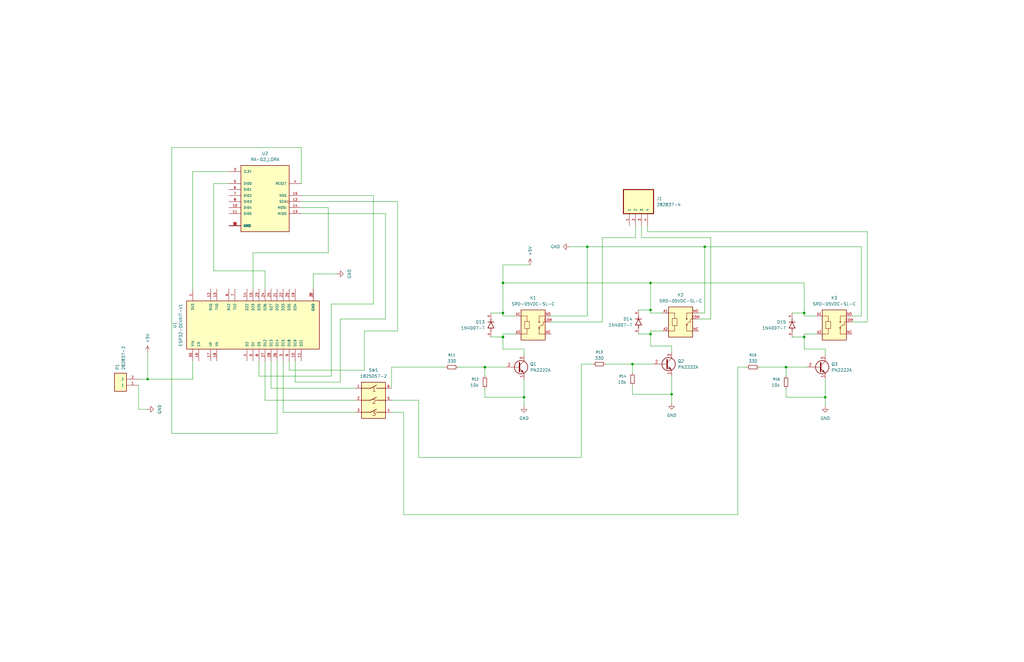
<source format=kicad_sch>
(kicad_sch (version 20250114) (generator "eeschema") (generator_version "9.0")
  (paper "B")
  (lib_symbols
    (symbol "1825057-2:1825057-2" (pin_names (offset 1.016))
      (property "Reference" "SW" (at -5.0855 8.264 0))
      (property "Value" "1825057-2" (at -5.0825 -10.1651 0))
      (symbol "1825057-2_0_0"
        (polyline (pts (xy -5.08 5.08) (xy -1.27 5.08)) (stroke (width 0.254)))
        (polyline (pts (xy -5.08 0) (xy -1.27 0)) (stroke (width 0.254)))
        (polyline (pts (xy -5.08 -5.08) (xy -1.27 -5.08)) (stroke (width 0.254)))
        (rectangle (start -5.08 -7.62) (end 5.08 7.62) (stroke (width 0.254)) (fill (type background)))
        (polyline (pts (xy -1.27 5.08) (xy 1.27 6.35)) (stroke (width 0.254)))
        (polyline (pts (xy -1.27 0) (xy 1.27 1.27)) (stroke (width 0.254)))
        (polyline (pts (xy -1.27 -5.08) (xy 1.27 -3.81)) (stroke (width 0.254)))
        (polyline (pts (xy 1.27 5.08) (xy 5.08 5.08)) (stroke (width 0.254)))
        (polyline (pts (xy 1.27 0) (xy 5.08 0)) (stroke (width 0.254)))
        (polyline (pts (xy 1.27 -5.08) (xy 5.08 -5.08)) (stroke (width 0.254)))
        (text "2" (at -0.6358 -1.5894 0) (effects (font (size 1.6784 1.6784)) (justify left bottom)))
        (text "3" (at -0.6353 -6.6704 0) (effects (font (size 1.6771 1.6771)) (justify left bottom)))
        (text "1" (at -0.635 3.4925 0) (effects (font (size 1.6764 1.6764)) (justify left bottom)))
        (pin passive line (at -7.62 5.08 0) (length 2.54) (name "~") (number "1"))
        (pin passive line (at -7.62 0 0) (length 2.54) (name "~") (number "2"))
        (pin passive line (at -7.62 -5.08 0) (length 2.54) (name "~") (number "3"))
        (pin passive line (at 7.62 5.08 180) (length 2.54) (name "~") (number "6"))
        (pin passive line (at 7.62 0 180) (length 2.54) (name "~") (number "5"))
        (pin passive line (at 7.62 -5.08 180) (length 2.54) (name "~") (number "4"))
      )
    )
    (symbol "1N4007-T:1N4007-T" (pin_names (offset 1.016))
      (property "Reference" "D" (at -5.08 2.54 0))
      (property "Value" "1N4007-T" (at -5.08 -3.81 0))
      (symbol "1N4007-T_0_0"
        (polyline (pts (xy -2.54 0) (xy -1.27 0)) (stroke (width 0.254)))
        (polyline (pts (xy -1.27 1.27) (xy -1.27 0)) (stroke (width 0.254)))
        (polyline (pts (xy -1.27 0) (xy -1.27 -1.27)) (stroke (width 0.254)))
        (polyline (pts (xy -1.27 -1.27) (xy 1.27 0)) (stroke (width 0.254)))
        (polyline (pts (xy 1.27 1.27) (xy 1.27 0)) (stroke (width 0.254)))
        (polyline (pts (xy 1.27 0) (xy -1.27 1.27)) (stroke (width 0.254)))
        (polyline (pts (xy 1.27 0) (xy 1.27 -1.27)) (stroke (width 0.254)))
        (polyline (pts (xy 1.27 0) (xy 2.54 0)) (stroke (width 0.254)))
        (pin passive line (at -5.08 0 0) (length 2.54) (name "~") (number "A"))
        (pin passive line (at 5.08 0 180) (length 2.54) (name "~") (number "K"))
      )
    )
    (symbol "282837-2:282837-2" (pin_names (offset 1.016))
      (property "Reference" "P" (at -2.5406 2.5438 0))
      (property "Value" "282837-2" (at -2.5424 -6.3745 0))
      (symbol "282837-2_0_0"
        (rectangle (start -2.54 -5.08) (end 2.54 2.54) (stroke (width 0.254)) (fill (type background)))
        (pin passive line (at -7.62 0 0) (length 5.08) (name "1") (number "1"))
        (pin passive line (at -7.62 -2.54 0) (length 5.08) (name "2") (number "2"))
      )
    )
    (symbol "282837-4:282837-4" (pin_names (offset 1.016))
      (property "Reference" "J" (at 0 12.703 0))
      (property "Value" "282837-4" (at 0 -10.172 0))
      (symbol "282837-4_0_0"
        (rectangle (start -5.08 -5.08) (end 5.08 7.62) (stroke (width 0.4064)) (fill (type background)))
        (pin passive line (at -10.16 5.08 0) (length 5.08) (name "1") (number "1"))
        (pin passive line (at -10.16 2.54 0) (length 5.08) (name "2") (number "2"))
        (pin passive line (at -10.16 0 0) (length 5.08) (name "3") (number "3"))
        (pin passive line (at -10.16 -2.54 0) (length 5.08) (name "4") (number "4"))
      )
    )
    (symbol "Device:R_Small" (pin_numbers (hide yes)) (pin_names (offset 0.254) (hide yes))
      (property "Reference" "R" (at 0 0 90))
      (property "Value" "R_Small" (at 1.778 0 90))
      (symbol "R_Small_0_1"
        (rectangle (start -0.762 1.778) (end 0.762 -1.778) (stroke (width 0.2032)))
      )
      (symbol "R_Small_1_1"
        (pin passive line (at 0 2.54 270) (length 0.762) (name "~") (number "1"))
        (pin passive line (at 0 -2.54 90) (length 0.762) (name "~") (number "2"))
      )
    )
    (symbol "ESP32-DEVKIT-V1:ESP32-DEVKIT-V1" (pin_names (offset 1.016))
      (property "Reference" "U" (at -10.16 30.48 0))
      (property "Value" "ESP32-DEVKIT-V1" (at -10.16 -30.48 0))
      (symbol "ESP32-DEVKIT-V1_0_0"
        (rectangle (start -10.16 -27.94) (end 10.16 27.94) (stroke (width 0.254)) (fill (type background)))
        (pin input line (at -15.24 25.4 0) (length 5.08) (name "VIN") (number "30"))
        (pin input line (at -15.24 22.86 0) (length 5.08) (name "EN") (number "16"))
        (pin bidirectional line (at -15.24 17.78 0) (length 5.08) (name "VP") (number "17"))
        (pin bidirectional line (at -15.24 15.24 0) (length 5.08) (name "VN") (number "18"))
        (pin bidirectional line (at -15.24 2.54 0) (length 5.08) (name "D2") (number "4"))
        (pin bidirectional line (at -15.24 0 0) (length 5.08) (name "D4") (number "5"))
        (pin bidirectional line (at -15.24 -2.54 0) (length 5.08) (name "D5") (number "8"))
        (pin bidirectional line (at -15.24 -5.08 0) (length 5.08) (name "D12") (number "27"))
        (pin bidirectional line (at -15.24 -7.62 0) (length 5.08) (name "D13") (number "28"))
        (pin bidirectional line (at -15.24 -10.16 0) (length 5.08) (name "D14") (number "26"))
        (pin bidirectional line (at -15.24 -12.7 0) (length 5.08) (name "D15") (number "3"))
        (pin bidirectional line (at -15.24 -15.24 0) (length 5.08) (name "D18") (number "9"))
        (pin bidirectional line (at -15.24 -17.78 0) (length 5.08) (name "D19") (number "10"))
        (pin bidirectional line (at -15.24 -20.32 0) (length 5.08) (name "D21") (number "11"))
        (pin output line (at 15.24 25.4 180) (length 5.08) (name "3V3") (number "1"))
        (pin input line (at 15.24 17.78 180) (length 5.08) (name "RX0") (number "12"))
        (pin output line (at 15.24 15.24 180) (length 5.08) (name "TX0") (number "13"))
        (pin input line (at 15.24 10.16 180) (length 5.08) (name "RX2") (number "6"))
        (pin output line (at 15.24 7.62 180) (length 5.08) (name "TX2") (number "7"))
        (pin bidirectional line (at 15.24 2.54 180) (length 5.08) (name "D22") (number "14"))
        (pin bidirectional line (at 15.24 0 180) (length 5.08) (name "D23") (number "15"))
        (pin bidirectional line (at 15.24 -2.54 180) (length 5.08) (name "D25") (number "23"))
        (pin bidirectional line (at 15.24 -5.08 180) (length 5.08) (name "D26") (number "24"))
        (pin bidirectional line (at 15.24 -7.62 180) (length 5.08) (name "D27") (number "25"))
        (pin bidirectional line (at 15.24 -10.16 180) (length 5.08) (name "D32") (number "21"))
        (pin bidirectional line (at 15.24 -12.7 180) (length 5.08) (name "D33") (number "22"))
        (pin bidirectional line (at 15.24 -15.24 180) (length 5.08) (name "D35") (number "20"))
        (pin bidirectional line (at 15.24 -17.78 180) (length 5.08) (name "D34") (number "19"))
        (pin power_in line (at 15.24 -25.4 180) (length 5.08) (name "GND") (number "2"))
        (pin power_in line (at 15.24 -25.4 180) (length 5.08) (name "GND") (number "29"))
      )
    )
    (symbol "RA-02_LORA:RA-02_LORA" (pin_names (offset 1.016))
      (property "Reference" "U" (at -10.16 16.51 0))
      (property "Value" "RA-02_LORA" (at -10.16 -13.97 0))
      (symbol "RA-02_LORA_0_0"
        (rectangle (start -10.16 -12.7) (end 10.16 15.24) (stroke (width 0.254)) (fill (type background)))
        (pin input line (at -15.24 7.62 0) (length 5.08) (name "RESET") (number "4"))
        (pin input line (at -15.24 2.54 0) (length 5.08) (name "NSS") (number "15"))
        (pin input clock (at -15.24 0 0) (length 5.08) (name "SCK") (number "12"))
        (pin input line (at -15.24 -2.54 0) (length 5.08) (name "MOSI") (number "14"))
        (pin output line (at -15.24 -5.08 0) (length 5.08) (name "MISO") (number "13"))
        (pin power_in line (at 15.24 12.7 180) (length 5.08) (name "3.3V") (number "3"))
        (pin bidirectional line (at 15.24 7.62 180) (length 5.08) (name "DI00") (number "5"))
        (pin bidirectional line (at 15.24 5.08 180) (length 5.08) (name "DI01") (number "6"))
        (pin bidirectional line (at 15.24 2.54 180) (length 5.08) (name "DI02") (number "7"))
        (pin bidirectional line (at 15.24 0 180) (length 5.08) (name "DI03") (number "8"))
        (pin bidirectional line (at 15.24 -2.54 180) (length 5.08) (name "DI04") (number "10"))
        (pin bidirectional line (at 15.24 -5.08 180) (length 5.08) (name "DI05") (number "11"))
        (pin power_in line (at 15.24 -10.16 180) (length 5.08) (name "GND") (number "1"))
        (pin power_in line (at 15.24 -10.16 180) (length 5.08) (name "GND") (number "16"))
        (pin power_in line (at 15.24 -10.16 180) (length 5.08) (name "GND") (number "2"))
        (pin power_in line (at 15.24 -10.16 180) (length 5.08) (name "GND") (number "9"))
      )
    )
    (symbol "SRD-05VDC-SL-C:SRD-05VDC-SL-C" (pin_names (offset 1.016))
      (property "Reference" "K" (at -5.0809 5.843 0))
      (property "Value" "SRD-05VDC-SL-C" (at -5.0832 -10.1664 0))
      (symbol "SRD-05VDC-SL-C_0_0"
        (polyline (pts (xy -5.08 2.54) (xy -2.54 2.54)) (stroke (width 0.1524)))
        (rectangle (start -5.08 -7.62) (end 5.08 5.08) (stroke (width 0.254)) (fill (type background)))
        (polyline (pts (xy -3.556 0.254) (xy -3.556 -2.794)) (stroke (width 0.1524)))
        (polyline (pts (xy -3.556 -2.794) (xy -2.54 -2.794)) (stroke (width 0.1524)))
        (polyline (pts (xy -2.54 2.54) (xy -2.54 0.254)) (stroke (width 0.1524)))
        (polyline (pts (xy -2.54 0.254) (xy -3.556 0.254)) (stroke (width 0.1524)))
        (polyline (pts (xy -2.54 -2.794) (xy -2.54 -5.08)) (stroke (width 0.1524)))
        (polyline (pts (xy -2.54 -2.794) (xy -1.524 -2.794)) (stroke (width 0.1524)))
        (polyline (pts (xy -2.54 -5.08) (xy -5.08 -5.08)) (stroke (width 0.1524)))
        (polyline (pts (xy -1.524 0.254) (xy -2.54 0.254)) (stroke (width 0.1524)))
        (polyline (pts (xy -1.524 -2.794) (xy -1.524 0.254)) (stroke (width 0.1524)))
        (polyline (pts (xy 2.54 2.54) (xy 2.54 0)) (stroke (width 0.1524)))
        (circle (center 2.54 0) (radius 0.254) (stroke (width 0.1524)))
        (polyline (pts (xy 2.54 -2.54) (xy 2.54 -5.08)) (stroke (width 0.1524)))
        (circle (center 2.54 -2.54) (radius 0.254) (stroke (width 0.1524)))
        (polyline (pts (xy 2.54 -5.08) (xy 5.08 -5.08)) (stroke (width 0.1524)))
        (polyline (pts (xy 3.556 -1.27) (xy 2.286 -2.286)) (stroke (width 0.1524)))
        (polyline (pts (xy 3.556 -1.27) (xy 4.318 -1.27)) (stroke (width 0.1524)))
        (polyline (pts (xy 4.318 0) (xy 5.08 0)) (stroke (width 0.1524)))
        (polyline (pts (xy 4.318 -1.27) (xy 4.318 0)) (stroke (width 0.1524)))
        (polyline (pts (xy 5.08 2.54) (xy 2.54 2.54)) (stroke (width 0.1524)))
        (pin passive line (at -7.62 2.54 0) (length 2.54) (name "~") (number "A1"))
        (pin passive line (at -7.62 -5.08 0) (length 2.54) (name "~") (number "A2"))
        (pin passive line (at 7.62 2.54 180) (length 2.54) (name "~") (number "NO"))
        (pin passive line (at 7.62 0 180) (length 2.54) (name "~") (number "COM"))
        (pin passive line (at 7.62 -5.08 180) (length 2.54) (name "~") (number "NC"))
      )
    )
    (symbol "Transistor_BJT:PN2222A" (pin_names (offset 0) (hide yes))
      (property "Reference" "Q" (at 5.08 1.905 0))
      (property "Value" "PN2222A" (at 5.08 0 0))
      (symbol "PN2222A_0_1"
        (polyline (pts (xy -2.54 0) (xy 0.635 0)))
        (polyline (pts (xy 0.635 1.905) (xy 0.635 -1.905)) (stroke (width 0.508)))
        (circle (center 1.27 0) (radius 2.8194) (stroke (width 0.254)))
      )
      (symbol "PN2222A_1_1"
        (polyline (pts (xy 0.635 0.635) (xy 2.54 2.54)))
        (polyline (pts (xy 0.635 -0.635) (xy 2.54 -2.54)))
        (polyline (pts (xy 1.27 -1.778) (xy 1.778 -1.27) (xy 2.286 -2.286) (xy 1.27 -1.778)) (fill (type outline)))
        (pin input line (at -5.08 0 0) (length 2.54) (name "B") (number "2"))
        (pin passive line (at 2.54 5.08 270) (length 2.54) (name "C") (number "3"))
        (pin passive line (at 2.54 -5.08 90) (length 2.54) (name "E") (number "1"))
      )
    )
    (symbol "power:+5V" (power) (pin_numbers (hide yes)) (pin_names (offset 0) (hide yes))
      (property "Value" "+5V" (at 0 3.556 0))
      (symbol "+5V_0_1"
        (polyline (pts (xy -0.762 1.27) (xy 0 2.54)))
        (polyline (pts (xy 0 2.54) (xy 0.762 1.27)))
        (polyline (pts (xy 0 0) (xy 0 2.54)))
      )
      (symbol "+5V_1_1"
        (pin power_in line (at 0 0 90) (length 0) (name "~") (number "1"))
      )
    )
    (symbol "power:GND" (power) (pin_numbers (hide yes)) (pin_names (offset 0) (hide yes))
      (property "Value" "GND" (at 0 -3.81 0))
      (symbol "GND_0_1"
        (polyline (pts (xy 0 0) (xy 0 -1.27) (xy 1.27 -1.27) (xy 0 -2.54) (xy -1.27 -1.27) (xy 0 -1.27)))
      )
      (symbol "GND_1_1"
        (pin power_in line (at 0 0 270) (length 0) (name "~") (number "1"))
      )
    )
  )
  (junction (at 283.21 166.37))
  (junction (at 62.23 160.02))
  (junction (at 212.09 119.38))
  (junction (at 347.98 167.64))
  (junction (at 220.98 167.64))
  (junction (at 339.09 142.24))
  (junction (at 297.18 104.14))
  (junction (at 212.09 132.08))
  (junction (at 204.47 154.94))
  (junction (at 331.47 154.94))
  (junction (at 266.7 153.67))
  (junction (at 274.32 140.97))
  (junction (at 274.32 119.38))
  (junction (at 274.32 130.81))
  (junction (at 339.09 132.08))
  (junction (at 247.65 104.14))
  (junction (at 212.09 142.24))
  (wire (pts (xy 339.09 140.97) (xy 339.09 142.24)))
  (wire (pts (xy 167.64 139.7) (xy 167.64 85.09)))
  (wire (pts (xy 279.4 139.7) (xy 274.32 139.7)))
  (wire (pts (xy 283.21 166.37) (xy 266.7 166.37)))
  (wire (pts (xy 347.98 147.32) (xy 339.09 147.32)))
  (wire (pts (xy 111.76 152.4) (xy 111.76 168.91)))
  (wire (pts (xy 266.7 153.67) (xy 266.7 157.48)))
  (wire (pts (xy 344.17 133.35) (xy 339.09 133.35)))
  (wire (pts (xy 162.56 134.62) (xy 162.56 90.17)))
  (wire (pts (xy 274.32 132.08) (xy 274.32 130.81)))
  (wire (pts (xy 114.3 163.83) (xy 149.86 163.83)))
  (wire (pts (xy 132.08 115.57) (xy 132.08 121.92)))
  (wire (pts (xy 81.28 160.02) (xy 81.28 152.4)))
  (wire (pts (xy 273.05 97.79) (xy 273.05 95.25)))
  (wire (pts (xy 143.51 161.29) (xy 143.51 134.62)))
  (wire (pts (xy 274.32 139.7) (xy 274.32 140.97)))
  (wire (pts (xy 81.28 72.39) (xy 81.28 121.92)))
  (wire (pts (xy 223.52 111.76) (xy 212.09 111.76)))
  (wire (pts (xy 111.76 114.3) (xy 90.17 114.3)))
  (wire (pts (xy 245.11 193.04) (xy 245.11 153.67)))
  (wire (pts (xy 121.92 156.21) (xy 153.67 156.21)))
  (wire (pts (xy 283.21 166.37) (xy 283.21 170.18)))
  (wire (pts (xy 220.98 167.64) (xy 204.47 167.64)))
  (wire (pts (xy 111.76 121.92) (xy 111.76 114.3)))
  (wire (pts (xy 111.76 168.91) (xy 149.86 168.91)))
  (wire (pts (xy 153.67 156.21) (xy 153.67 139.7)))
  (wire (pts (xy 267.97 100.33) (xy 267.97 95.25)))
  (wire (pts (xy 274.32 140.97) (xy 274.32 146.05)))
  (wire (pts (xy 283.21 146.05) (xy 274.32 146.05)))
  (wire (pts (xy 247.65 104.14) (xy 240.03 104.14)))
  (wire (pts (xy 283.21 148.59) (xy 283.21 146.05)))
  (wire (pts (xy 347.98 149.86) (xy 347.98 147.32)))
  (wire (pts (xy 157.48 128.27) (xy 157.48 82.55)))
  (wire (pts (xy 170.18 173.99) (xy 170.18 217.17)))
  (wire (pts (xy 220.98 160.02) (xy 220.98 167.64)))
  (wire (pts (xy 62.23 160.02) (xy 81.28 160.02)))
  (wire (pts (xy 124.46 161.29) (xy 143.51 161.29)))
  (wire (pts (xy 294.64 132.08) (xy 297.18 132.08)))
  (wire (pts (xy 344.17 140.97) (xy 339.09 140.97)))
  (wire (pts (xy 204.47 154.94) (xy 213.36 154.94)))
  (wire (pts (xy 254 100.33) (xy 267.97 100.33)))
  (wire (pts (xy 269.24 130.81) (xy 274.32 130.81)))
  (wire (pts (xy 138.43 106.68) (xy 106.68 106.68)))
  (wire (pts (xy 167.64 85.09) (xy 127 85.09)))
  (wire (pts (xy 217.17 140.97) (xy 212.09 140.97)))
  (wire (pts (xy 153.67 139.7) (xy 167.64 139.7)))
  (wire (pts (xy 162.56 90.17) (xy 127 90.17)))
  (wire (pts (xy 124.46 152.4) (xy 124.46 161.29)))
  (wire (pts (xy 193.04 154.94) (xy 204.47 154.94)))
  (wire (pts (xy 165.1 154.94) (xy 187.96 154.94)))
  (wire (pts (xy 204.47 154.94) (xy 204.47 158.75)))
  (wire (pts (xy 121.92 152.4) (xy 121.92 156.21)))
  (wire (pts (xy 176.53 193.04) (xy 245.11 193.04)))
  (wire (pts (xy 359.41 133.35) (xy 363.22 133.35)))
  (wire (pts (xy 62.23 160.02) (xy 58.42 160.02)))
  (wire (pts (xy 127 77.47) (xy 127 62.23)))
  (wire (pts (xy 90.17 77.47) (xy 96.52 77.47)))
  (wire (pts (xy 254 135.89) (xy 254 100.33)))
  (wire (pts (xy 62.23 160.02) (xy 62.23 148.59)))
  (wire (pts (xy 331.47 154.94) (xy 331.47 158.75)))
  (wire (pts (xy 320.04 154.94) (xy 331.47 154.94)))
  (wire (pts (xy 72.39 182.88) (xy 116.84 182.88)))
  (wire (pts (xy 294.64 134.62) (xy 299.72 134.62)))
  (wire (pts (xy 232.41 135.89) (xy 254 135.89)))
  (wire (pts (xy 283.21 158.75) (xy 283.21 166.37)))
  (wire (pts (xy 334.01 132.08) (xy 339.09 132.08)))
  (wire (pts (xy 109.22 152.4) (xy 109.22 158.75)))
  (wire (pts (xy 299.72 100.33) (xy 270.51 100.33)))
  (wire (pts (xy 138.43 87.63) (xy 138.43 106.68)))
  (wire (pts (xy 266.7 153.67) (xy 275.59 153.67)))
  (wire (pts (xy 274.32 119.38) (xy 212.09 119.38)))
  (wire (pts (xy 247.65 133.35) (xy 247.65 104.14)))
  (wire (pts (xy 220.98 147.32) (xy 212.09 147.32)))
  (wire (pts (xy 143.51 134.62) (xy 162.56 134.62)))
  (wire (pts (xy 269.24 140.97) (xy 274.32 140.97)))
  (wire (pts (xy 220.98 167.64) (xy 220.98 171.45)))
  (wire (pts (xy 119.38 173.99) (xy 119.38 152.4)))
  (wire (pts (xy 96.52 72.39) (xy 81.28 72.39)))
  (wire (pts (xy 232.41 133.35) (xy 247.65 133.35)))
  (wire (pts (xy 279.4 132.08) (xy 274.32 132.08)))
  (wire (pts (xy 245.11 153.67) (xy 250.19 153.67)))
  (wire (pts (xy 170.18 217.17) (xy 311.15 217.17)))
  (wire (pts (xy 331.47 154.94) (xy 340.36 154.94)))
  (wire (pts (xy 176.53 168.91) (xy 176.53 193.04)))
  (wire (pts (xy 365.76 135.89) (xy 365.76 97.79)))
  (wire (pts (xy 204.47 163.83) (xy 204.47 167.64)))
  (wire (pts (xy 212.09 140.97) (xy 212.09 142.24)))
  (wire (pts (xy 207.01 142.24) (xy 212.09 142.24)))
  (wire (pts (xy 365.76 97.79) (xy 273.05 97.79)))
  (wire (pts (xy 266.7 162.56) (xy 266.7 166.37)))
  (wire (pts (xy 363.22 133.35) (xy 363.22 104.14)))
  (wire (pts (xy 127 87.63) (xy 138.43 87.63)))
  (wire (pts (xy 62.23 172.72) (xy 58.42 172.72)))
  (wire (pts (xy 149.86 173.99) (xy 119.38 173.99)))
  (wire (pts (xy 297.18 104.14) (xy 247.65 104.14)))
  (wire (pts (xy 212.09 133.35) (xy 212.09 132.08)))
  (wire (pts (xy 139.7 158.75) (xy 139.7 128.27)))
  (wire (pts (xy 363.22 104.14) (xy 297.18 104.14)))
  (wire (pts (xy 127 62.23) (xy 72.39 62.23)))
  (wire (pts (xy 157.48 82.55) (xy 127 82.55)))
  (wire (pts (xy 311.15 154.94) (xy 314.96 154.94)))
  (wire (pts (xy 331.47 163.83) (xy 331.47 167.64)))
  (wire (pts (xy 90.17 114.3) (xy 90.17 77.47)))
  (wire (pts (xy 339.09 119.38) (xy 274.32 119.38)))
  (wire (pts (xy 114.3 152.4) (xy 114.3 163.83)))
  (wire (pts (xy 207.01 132.08) (xy 212.09 132.08)))
  (wire (pts (xy 347.98 167.64) (xy 331.47 167.64)))
  (wire (pts (xy 359.41 135.89) (xy 365.76 135.89)))
  (wire (pts (xy 109.22 158.75) (xy 139.7 158.75)))
  (wire (pts (xy 339.09 142.24) (xy 339.09 147.32)))
  (wire (pts (xy 339.09 133.35) (xy 339.09 132.08)))
  (wire (pts (xy 339.09 132.08) (xy 339.09 119.38)))
  (wire (pts (xy 212.09 111.76) (xy 212.09 119.38)))
  (wire (pts (xy 274.32 130.81) (xy 274.32 119.38)))
  (wire (pts (xy 116.84 182.88) (xy 116.84 152.4)))
  (wire (pts (xy 270.51 100.33) (xy 270.51 95.25)))
  (wire (pts (xy 334.01 142.24) (xy 339.09 142.24)))
  (wire (pts (xy 58.42 172.72) (xy 58.42 162.56)))
  (wire (pts (xy 142.24 115.57) (xy 132.08 115.57)))
  (wire (pts (xy 165.1 168.91) (xy 176.53 168.91)))
  (wire (pts (xy 165.1 173.99) (xy 170.18 173.99)))
  (wire (pts (xy 255.27 153.67) (xy 266.7 153.67)))
  (wire (pts (xy 299.72 134.62) (xy 299.72 100.33)))
  (wire (pts (xy 311.15 217.17) (xy 311.15 154.94)))
  (wire (pts (xy 297.18 132.08) (xy 297.18 104.14)))
  (wire (pts (xy 106.68 106.68) (xy 106.68 121.92)))
  (wire (pts (xy 347.98 167.64) (xy 347.98 171.45)))
  (wire (pts (xy 217.17 133.35) (xy 212.09 133.35)))
  (wire (pts (xy 165.1 163.83) (xy 165.1 154.94)))
  (wire (pts (xy 139.7 128.27) (xy 157.48 128.27)))
  (wire (pts (xy 212.09 142.24) (xy 212.09 147.32)))
  (wire (pts (xy 72.39 62.23) (xy 72.39 182.88)))
  (wire (pts (xy 220.98 149.86) (xy 220.98 147.32)))
  (wire (pts (xy 212.09 119.38) (xy 212.09 132.08)))
  (wire (pts (xy 347.98 160.02) (xy 347.98 167.64)))
  (symbol (lib_id "Transistor_BJT:PN2222A") (at 345.44 154.94 0) (unit 1)
    (property "Reference" "Q3" (at 350.52 153.6699 0) (effects (justify left)))
    (property "Value" "PN2222A" (at 350.52 156.2099 0) (effects (justify left)))
    (property "Footprint" "Package_TO_SOT_THT:TO-92_Inline" (effects (hide yes)))
    (property "Datasheet" "https://www.onsemi.com/pub/Collateral/PN2222-D.PDF" (effects (hide yes)))
    (property "Description" "1A Ic, 40V Vce, NPN Transistor, General Purpose Transistor, TO-92" (effects (hide yes)))
  )
  (symbol (lib_id "282837-4:282837-4") (at 270.51 85.09 90) (unit 1)
    (property "Reference" "J1" (at 276.86 83.8199 90) (effects (justify right)))
    (property "Value" "282837-4" (at 276.86 86.3599 90) (effects (justify right)))
    (property "Footprint" "282837-4:TE_282837-4" (effects (hide yes)))
    (property "Comment" "282837-4" (effects (hide yes)))
    (property "MF" "TE Connectivity" (effects (hide yes)))
    (property "Description_1" "Terminal Block Connector,PCB,4,5.08 mm,Front,30-16 AWG,Green,13.5 A,250 V | TE Connectivity 282837-4" (effects (hide yes)))
    (property "Package" "None" (effects (hide yes)))
    (property "Price" "None" (effects (hide yes)))
    (property "Check_prices" "https://www.snapeda.com/parts/282837-4/TE+Connectivity+AMP+Connectors/view-part/?ref=eda" (effects (hide yes)))
    (property "STANDARD" "MANUFACTURER RECOMMENDATIONS" (effects (hide yes)))
    (property "PARTREV" "G3" (effects (hide yes)))
    (property "SnapEDA_Link" "https://www.snapeda.com/parts/282837-4/TE+Connectivity+AMP+Connectors/view-part/?ref=snap" (effects (hide yes)))
    (property "MP" "282837-4" (effects (hide yes)))
    (property "EU_RoHS_Compliance" "Compliant with Exemptions" (effects (hide yes)))
    (property "Availability" "In Stock" (effects (hide yes)))
    (property "MANUFACTURER" "TE CONNECTIVITY" (effects (hide yes)))
  )
  (symbol (lib_id "power:GND") (at 220.98 171.45 0) (unit 1)
    (property "Reference" "#PWR01" (effects (hide yes)))
    (property "Value" "GND" (at 220.98 176.53 0))
    (property "Description" "Power symbol creates a global label with name \"GND\" , ground" (effects (hide yes)))
  )
  (symbol (lib_id "Device:R_Small") (at 266.7 160.02 0) (mirror x) (unit 1)
    (property "Reference" "R14" (at 264.16 158.7499 0) (effects (font (size 1.016 1.016)) (justify right)))
    (property "Value" "10k" (at 264.16 161.2899 0) (effects (justify right)))
    (property "Footprint" "Resistor_SMD:R_1206_3216Metric" (effects (hide yes)))
    (property "Description" "Resistor, small symbol" (effects (hide yes)))
  )
  (symbol (lib_id "ESP32-DEVKIT-V1:ESP32-DEVKIT-V1") (at 106.68 137.16 90) (unit 1)
    (property "Reference" "U1" (at 73.66 137.16 0))
    (property "Value" "ESP32-DEVKIT-V1" (at 76.2 137.16 0))
    (property "Footprint" "ESP32-DEVKIT-V1:MODULE_ESP32_DEVKIT_V1" (effects (hide yes)))
    (property "MF" "Do it" (effects (hide yes)))
    (property "MAXIMUM_PACKAGE_HEIGHT" "6.8 mm" (effects (hide yes)))
    (property "Package" "None" (effects (hide yes)))
    (property "Price" "None" (effects (hide yes)))
    (property "Check_prices" "https://www.snapeda.com/parts/ESP32-DEVKIT-V1/Do+it/view-part/?ref=eda" (effects (hide yes)))
    (property "STANDARD" "Manufacturer Recommendations" (effects (hide yes)))
    (property "PARTREV" "N/A" (effects (hide yes)))
    (property "SnapEDA_Link" "https://www.snapeda.com/parts/ESP32-DEVKIT-V1/Do+it/view-part/?ref=snap" (effects (hide yes)))
    (property "MP" "ESP32-DEVKIT-V1" (effects (hide yes)))
    (property "Description_1" "Dual core, Wi-Fi: 2.4 GHz up to 150 Mbits/s,BLE (Bluetooth Low Energy) and legacy Bluetooth, 32 bits, Up to 240 MHz" (effects (hide yes)))
    (property "Availability" "Not in stock" (effects (hide yes)))
    (property "MANUFACTURER" "DOIT" (effects (hide yes)))
  )
  (symbol (lib_id "RA-02_LORA:RA-02_LORA") (at 111.76 85.09 0) (mirror y) (unit 1)
    (property "Reference" "U2" (at 111.76 64.77 0))
    (property "Value" "RA-02_LORA" (at 111.76 67.31 0))
    (property "Footprint" "826629-8:TE_826629-8x2" (effects (hide yes)))
  )
  (symbol (lib_id "power:+5V") (at 223.52 111.76 0) (unit 1)
    (property "Reference" "#PWR08" (effects (hide yes)))
    (property "Value" "+5V" (at 223.5199 107.95 90) (effects (justify left)))
    (property "Description" "Power symbol creates a global label with name \"+5V\"" (effects (hide yes)))
  )
  (symbol (lib_id "Device:R_Small") (at 190.5 154.94 90) (unit 1)
    (property "Reference" "R11" (at 190.5 149.86 90) (effects (font (size 1.016 1.016))))
    (property "Value" "330" (at 190.5 152.4 90))
    (property "Footprint" "Resistor_SMD:R_1206_3216Metric" (effects (hide yes)))
    (property "Description" "Resistor, small symbol" (effects (hide yes)))
  )
  (symbol (lib_id "SRD-05VDC-SL-C:SRD-05VDC-SL-C") (at 224.79 135.89 0) (unit 1)
    (property "Reference" "K1" (at 224.79 125.73 0))
    (property "Value" "SRD-05VDC-SL-C" (at 224.79 128.27 0))
    (property "Footprint" "SRD-05VDC-SL-C:RELAY_SRD-05VDC-SL-C" (effects (hide yes)))
    (property "MF" "Songle Relay" (effects (hide yes)))
    (property "Description_1" "5V Trigger Relay Module For Arduino And Raspberry Pi 5V Trigger Relay Module For Arduino And Raspberry Pi" (effects (hide yes)))
    (property "Package" "NON STANDARD-5 Songle Relay" (effects (hide yes)))
    (property "Price" "None" (effects (hide yes)))
    (property "Check_prices" "https://www.snapeda.com/parts/SRD-05VDC-SL-C/Songle+Relay/view-part/?ref=eda" (effects (hide yes)))
    (property "STANDARD" "IPC-7251" (effects (hide yes)))
    (property "SnapEDA_Link" "https://www.snapeda.com/parts/SRD-05VDC-SL-C/Songle+Relay/view-part/?ref=snap" (effects (hide yes)))
    (property "MP" "SRD-05VDC-SL-C" (effects (hide yes)))
    (property "Availability" "In Stock" (effects (hide yes)))
    (property "MANUFACTURER" "SONGLE RELAY" (effects (hide yes)))
  )
  (symbol (lib_id "282837-2:282837-2") (at 50.8 162.56 180) (unit 1)
    (property "Reference" "P1" (at 49.5299 156.21 90) (effects (justify right)))
    (property "Value" "282837-2" (at 52.0699 156.21 90) (effects (justify right)))
    (property "Footprint" "282837-2:TE_282837-2" (effects (hide yes)))
    (property "Comment" "282837-2" (effects (hide yes)))
    (property "MF" "TE Connectivity" (effects (hide yes)))
    (property "DESCRIPTION" "TERMINAL BLOCK 3.5MM 2POS PCB" (effects (hide yes)))
    (property "PACKAGE" "None" (effects (hide yes)))
    (property "PRICE" "0.28 USD" (effects (hide yes)))
    (property "Package" "None" (effects (hide yes)))
    (property "Check_prices" "https://www.snapeda.com/parts/282837-2/TE+Connectivity+AMP+Connectors/view-part/?ref=eda" (effects (hide yes)))
    (property "Price" "None" (effects (hide yes)))
    (property "PARTREV" "G3" (effects (hide yes)))
    (property "SnapEDA_Link" "https://www.snapeda.com/parts/282837-2/TE+Connectivity+AMP+Connectors/view-part/?ref=snap" (effects (hide yes)))
    (property "MP" "282837-2" (effects (hide yes)))
    (property "Availability" "In Stock" (effects (hide yes)))
    (property "AVAILABILITY" "Good" (effects (hide yes)))
    (property "Description_1" "Terminal Block Connector Wire Receptacle 2 5.08 mm 30-16 AWG Green 13.5 A 250 V | TE Connectivity 282837-2" (effects (hide yes)))
  )
  (symbol (lib_id "1825057-2:1825057-2") (at 157.48 168.91 0) (unit 1)
    (property "Reference" "SW1" (at 157.48 156.21 0))
    (property "Value" "1825057-2" (at 157.48 158.75 0))
    (property "Footprint" "1825057-2:DIP810W60P254L1010H480Q6" (effects (hide yes)))
  )
  (symbol (lib_id "SRD-05VDC-SL-C:SRD-05VDC-SL-C") (at 287.02 134.62 0) (unit 1)
    (property "Reference" "K2" (at 287.02 124.46 0))
    (property "Value" "SRD-05VDC-SL-C" (at 287.02 127 0))
    (property "Footprint" "SRD-05VDC-SL-C:RELAY_SRD-05VDC-SL-C" (effects (hide yes)))
    (property "MF" "Songle Relay" (effects (hide yes)))
    (property "Description_1" "5V Trigger Relay Module For Arduino And Raspberry Pi 5V Trigger Relay Module For Arduino And Raspberry Pi" (effects (hide yes)))
    (property "Package" "NON STANDARD-5 Songle Relay" (effects (hide yes)))
    (property "Price" "None" (effects (hide yes)))
    (property "Check_prices" "https://www.snapeda.com/parts/SRD-05VDC-SL-C/Songle+Relay/view-part/?ref=eda" (effects (hide yes)))
    (property "STANDARD" "IPC-7251" (effects (hide yes)))
    (property "SnapEDA_Link" "https://www.snapeda.com/parts/SRD-05VDC-SL-C/Songle+Relay/view-part/?ref=snap" (effects (hide yes)))
    (property "MP" "SRD-05VDC-SL-C" (effects (hide yes)))
    (property "Availability" "In Stock" (effects (hide yes)))
    (property "MANUFACTURER" "SONGLE RELAY" (effects (hide yes)))
  )
  (symbol (lib_id "power:GND") (at 240.03 104.14 270) (unit 1)
    (property "Reference" "#PWR07" (effects (hide yes)))
    (property "Value" "GND" (at 236.22 104.1399 90) (effects (justify right)))
    (property "Description" "Power symbol creates a global label with name \"GND\" , ground" (effects (hide yes)))
  )
  (symbol (lib_id "1N4007-T:1N4007-T") (at 334.01 137.16 270) (mirror x) (unit 1)
    (property "Reference" "D15" (at 331.47 135.8899 90) (effects (justify right)))
    (property "Value" "1N4007-T" (at 331.47 138.4299 90) (effects (justify right)))
    (property "Footprint" "1N4007-T:DIOAD780W78L463D236" (effects (hide yes)))
  )
  (symbol (lib_id "1N4007-T:1N4007-T") (at 269.24 135.89 270) (mirror x) (unit 1)
    (property "Reference" "D14" (at 266.7 134.6199 90) (effects (justify right)))
    (property "Value" "1N4007-T" (at 266.7 137.1599 90) (effects (justify right)))
    (property "Footprint" "1N4007-T:DIOAD780W78L463D236" (effects (hide yes)))
  )
  (symbol (lib_id "power:GND") (at 62.23 172.72 90) (unit 1)
    (property "Reference" "#PWR05" (effects (hide yes)))
    (property "Value" "GND" (at 67.31 172.72 0))
    (property "Description" "Power symbol creates a global label with name \"GND\" , ground" (effects (hide yes)))
  )
  (symbol (lib_id "SRD-05VDC-SL-C:SRD-05VDC-SL-C") (at 351.79 135.89 0) (unit 1)
    (property "Reference" "K3" (at 351.79 125.73 0))
    (property "Value" "SRD-05VDC-SL-C" (at 351.79 128.27 0))
    (property "Footprint" "SRD-05VDC-SL-C:RELAY_SRD-05VDC-SL-C" (effects (hide yes)))
    (property "MF" "Songle Relay" (effects (hide yes)))
    (property "Description_1" "5V Trigger Relay Module For Arduino And Raspberry Pi 5V Trigger Relay Module For Arduino And Raspberry Pi" (effects (hide yes)))
    (property "Package" "NON STANDARD-5 Songle Relay" (effects (hide yes)))
    (property "Price" "None" (effects (hide yes)))
    (property "Check_prices" "https://www.snapeda.com/parts/SRD-05VDC-SL-C/Songle+Relay/view-part/?ref=eda" (effects (hide yes)))
    (property "STANDARD" "IPC-7251" (effects (hide yes)))
    (property "SnapEDA_Link" "https://www.snapeda.com/parts/SRD-05VDC-SL-C/Songle+Relay/view-part/?ref=snap" (effects (hide yes)))
    (property "MP" "SRD-05VDC-SL-C" (effects (hide yes)))
    (property "Availability" "In Stock" (effects (hide yes)))
    (property "MANUFACTURER" "SONGLE RELAY" (effects (hide yes)))
  )
  (symbol (lib_id "Transistor_BJT:PN2222A") (at 280.67 153.67 0) (unit 1)
    (property "Reference" "Q2" (at 285.75 152.3999 0) (effects (justify left)))
    (property "Value" "PN2222A" (at 285.75 154.9399 0) (effects (justify left)))
    (property "Footprint" "Package_TO_SOT_THT:TO-92_Inline" (effects (hide yes)))
    (property "Datasheet" "https://www.onsemi.com/pub/Collateral/PN2222-D.PDF" (effects (hide yes)))
    (property "Description" "1A Ic, 40V Vce, NPN Transistor, General Purpose Transistor, TO-92" (effects (hide yes)))
  )
  (symbol (lib_id "power:GND") (at 283.21 170.18 0) (unit 1)
    (property "Reference" "#PWR03" (effects (hide yes)))
    (property "Value" "GND" (at 283.21 175.26 0))
    (property "Description" "Power symbol creates a global label with name \"GND\" , ground" (effects (hide yes)))
  )
  (symbol (lib_id "power:+5V") (at 62.23 148.59 0) (unit 1)
    (property "Reference" "#PWR04" (effects (hide yes)))
    (property "Value" "+5V" (at 62.2299 144.78 90) (effects (justify left)))
    (property "Description" "Power symbol creates a global label with name \"+5V\"" (effects (hide yes)))
  )
  (symbol (lib_id "Transistor_BJT:PN2222A") (at 218.44 154.94 0) (unit 1)
    (property "Reference" "Q1" (at 223.52 153.6699 0) (effects (justify left)))
    (property "Value" "PN2222A" (at 223.52 156.2099 0) (effects (justify left)))
    (property "Footprint" "Package_TO_SOT_THT:TO-92_Inline" (effects (hide yes)))
    (property "Datasheet" "https://www.onsemi.com/pub/Collateral/PN2222-D.PDF" (effects (hide yes)))
    (property "Description" "1A Ic, 40V Vce, NPN Transistor, General Purpose Transistor, TO-92" (effects (hide yes)))
  )
  (symbol (lib_id "Device:R_Small") (at 317.5 154.94 90) (unit 1)
    (property "Reference" "R15" (at 317.5 149.86 90) (effects (font (size 1.016 1.016))))
    (property "Value" "330" (at 317.5 152.4 90))
    (property "Footprint" "Resistor_SMD:R_1206_3216Metric" (effects (hide yes)))
    (property "Description" "Resistor, small symbol" (effects (hide yes)))
  )
  (symbol (lib_id "power:GND") (at 142.24 115.57 90) (unit 1)
    (property "Reference" "#PWR02" (effects (hide yes)))
    (property "Value" "GND" (at 147.32 115.57 0))
    (property "Description" "Power symbol creates a global label with name \"GND\" , ground" (effects (hide yes)))
  )
  (symbol (lib_id "Device:R_Small") (at 204.47 161.29 0) (mirror x) (unit 1)
    (property "Reference" "R12" (at 201.93 160.0199 0) (effects (font (size 1.016 1.016)) (justify right)))
    (property "Value" "10k" (at 201.93 162.5599 0) (effects (justify right)))
    (property "Footprint" "Resistor_SMD:R_1206_3216Metric" (effects (hide yes)))
    (property "Description" "Resistor, small symbol" (effects (hide yes)))
  )
  (symbol (lib_id "Device:R_Small") (at 331.47 161.29 0) (mirror x) (unit 1)
    (property "Reference" "R16" (at 328.93 160.0199 0) (effects (font (size 1.016 1.016)) (justify right)))
    (property "Value" "10k" (at 328.93 162.5599 0) (effects (justify right)))
    (property "Footprint" "Resistor_SMD:R_1206_3216Metric" (effects (hide yes)))
    (property "Description" "Resistor, small symbol" (effects (hide yes)))
  )
  (symbol (lib_id "1N4007-T:1N4007-T") (at 207.01 137.16 270) (mirror x) (unit 1)
    (property "Reference" "D13" (at 204.47 135.8899 90) (effects (justify right)))
    (property "Value" "1N4007-T" (at 204.47 138.4299 90) (effects (justify right)))
    (property "Footprint" "1N4007-T:DIOAD780W78L463D236" (effects (hide yes)))
  )
  (symbol (lib_id "power:GND") (at 347.98 171.45 0) (unit 1)
    (property "Reference" "#PWR06" (effects (hide yes)))
    (property "Value" "GND" (at 347.98 176.53 0))
    (property "Description" "Power symbol creates a global label with name \"GND\" , ground" (effects (hide yes)))
  )
  (symbol (lib_id "Device:R_Small") (at 252.73 153.67 90) (unit 1)
    (property "Reference" "R13" (at 252.73 148.59 90) (effects (font (size 1.016 1.016))))
    (property "Value" "330" (at 252.73 151.13 90))
    (property "Footprint" "Resistor_SMD:R_1206_3216Metric" (effects (hide yes)))
    (property "Description" "Resistor, small symbol" (effects (hide yes)))
  )
)
</source>
